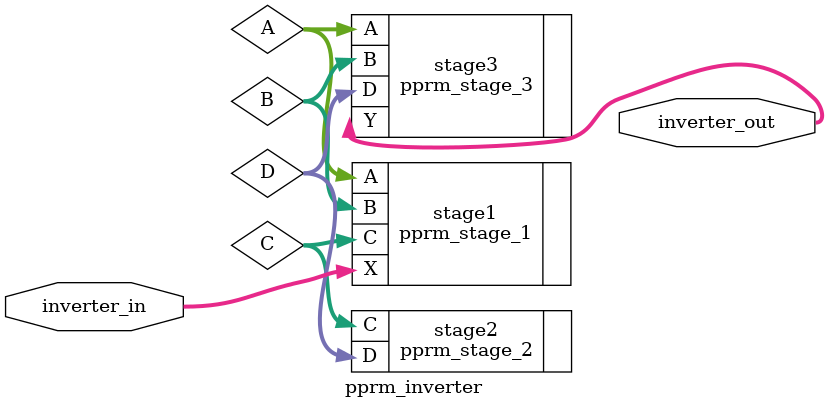
<source format=v>
`timescale 1 ns / 1 ns  // time-unit = 1 ns, precision = 1 ns

module pprm_inverter (
        input   wire    [7:0]   inverter_in,
        output  wire    [7:0]   inverter_out
    );
    
    //----------------------------------------------------------------
    // Wires/Regs
    //----------------------------------------------------------------
    wire [3:0] A,B,C,D;

    //----------------------------------------------------------------
    // Module instantiations
    //----------------------------------------------------------------
    // PPRM Inverter Stage 1
    pprm_stage_1 stage1(
        .X(inverter_in),
        .A(A),
        .B(B),
        .C(C)
    );

    // PPRM Inverter Stage 2
    pprm_stage_2 stage2(
        .C(C),
        .D(D)
    );

    // PPRM Inverter Stage 3
    pprm_stage_3 stage3(
       .A(A),
       .B(B),
       .D(D),
       .Y(inverter_out)
    );
    
endmodule // pprm_inverter
</source>
